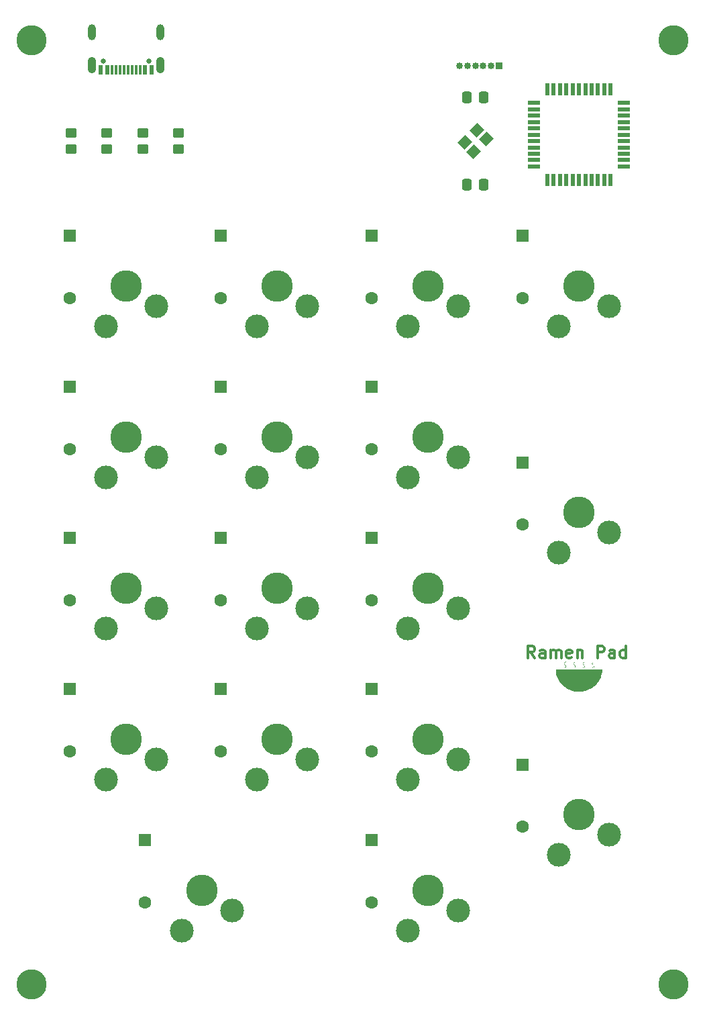
<source format=gbr>
%TF.GenerationSoftware,KiCad,Pcbnew,(6.0.1)*%
%TF.CreationDate,2022-02-23T18:42:09-08:00*%
%TF.ProjectId,Ramen Pad,52616d65-6e20-4506-9164-2e6b69636164,v1.0.0*%
%TF.SameCoordinates,Original*%
%TF.FileFunction,Soldermask,Top*%
%TF.FilePolarity,Negative*%
%FSLAX46Y46*%
G04 Gerber Fmt 4.6, Leading zero omitted, Abs format (unit mm)*
G04 Created by KiCad (PCBNEW (6.0.1)) date 2022-02-23 18:42:09*
%MOMM*%
%LPD*%
G01*
G04 APERTURE LIST*
G04 Aperture macros list*
%AMRoundRect*
0 Rectangle with rounded corners*
0 $1 Rounding radius*
0 $2 $3 $4 $5 $6 $7 $8 $9 X,Y pos of 4 corners*
0 Add a 4 corners polygon primitive as box body*
4,1,4,$2,$3,$4,$5,$6,$7,$8,$9,$2,$3,0*
0 Add four circle primitives for the rounded corners*
1,1,$1+$1,$2,$3*
1,1,$1+$1,$4,$5*
1,1,$1+$1,$6,$7*
1,1,$1+$1,$8,$9*
0 Add four rect primitives between the rounded corners*
20,1,$1+$1,$2,$3,$4,$5,0*
20,1,$1+$1,$4,$5,$6,$7,0*
20,1,$1+$1,$6,$7,$8,$9,0*
20,1,$1+$1,$8,$9,$2,$3,0*%
%AMRotRect*
0 Rectangle, with rotation*
0 The origin of the aperture is its center*
0 $1 length*
0 $2 width*
0 $3 Rotation angle, in degrees counterclockwise*
0 Add horizontal line*
21,1,$1,$2,0,0,$3*%
G04 Aperture macros list end*
%ADD10C,0.300000*%
%ADD11C,3.000000*%
%ADD12C,3.987800*%
%ADD13C,0.650000*%
%ADD14R,0.600000X1.150000*%
%ADD15R,0.300000X1.150000*%
%ADD16O,1.050000X2.100000*%
%ADD17O,1.000000X2.000000*%
%ADD18RoundRect,0.250000X-0.450000X0.350000X-0.450000X-0.350000X0.450000X-0.350000X0.450000X0.350000X0*%
%ADD19C,3.800000*%
%ADD20RotRect,1.200000X1.400000X315.000000*%
%ADD21R,0.550000X1.500000*%
%ADD22R,1.500000X0.550000*%
%ADD23RoundRect,0.250000X0.337500X0.475000X-0.337500X0.475000X-0.337500X-0.475000X0.337500X-0.475000X0*%
%ADD24R,1.600000X1.600000*%
%ADD25C,1.600000*%
%ADD26R,0.850000X0.850000*%
%ADD27O,0.850000X0.850000*%
G04 APERTURE END LIST*
D10*
%TO.C,Ramen Pad*%
X213502285Y-101689428D02*
X212994285Y-100963714D01*
X212631428Y-101689428D02*
X212631428Y-100165428D01*
X213212000Y-100165428D01*
X213357142Y-100238000D01*
X213429714Y-100310571D01*
X213502285Y-100455714D01*
X213502285Y-100673428D01*
X213429714Y-100818571D01*
X213357142Y-100891142D01*
X213212000Y-100963714D01*
X212631428Y-100963714D01*
X214808571Y-101689428D02*
X214808571Y-100891142D01*
X214736000Y-100746000D01*
X214590857Y-100673428D01*
X214300571Y-100673428D01*
X214155428Y-100746000D01*
X214808571Y-101616857D02*
X214663428Y-101689428D01*
X214300571Y-101689428D01*
X214155428Y-101616857D01*
X214082857Y-101471714D01*
X214082857Y-101326571D01*
X214155428Y-101181428D01*
X214300571Y-101108857D01*
X214663428Y-101108857D01*
X214808571Y-101036285D01*
X215534285Y-101689428D02*
X215534285Y-100673428D01*
X215534285Y-100818571D02*
X215606857Y-100746000D01*
X215752000Y-100673428D01*
X215969714Y-100673428D01*
X216114857Y-100746000D01*
X216187428Y-100891142D01*
X216187428Y-101689428D01*
X216187428Y-100891142D02*
X216260000Y-100746000D01*
X216405142Y-100673428D01*
X216622857Y-100673428D01*
X216768000Y-100746000D01*
X216840571Y-100891142D01*
X216840571Y-101689428D01*
X218146857Y-101616857D02*
X218001714Y-101689428D01*
X217711428Y-101689428D01*
X217566285Y-101616857D01*
X217493714Y-101471714D01*
X217493714Y-100891142D01*
X217566285Y-100746000D01*
X217711428Y-100673428D01*
X218001714Y-100673428D01*
X218146857Y-100746000D01*
X218219428Y-100891142D01*
X218219428Y-101036285D01*
X217493714Y-101181428D01*
X218872571Y-100673428D02*
X218872571Y-101689428D01*
X218872571Y-100818571D02*
X218945142Y-100746000D01*
X219090285Y-100673428D01*
X219308000Y-100673428D01*
X219453142Y-100746000D01*
X219525714Y-100891142D01*
X219525714Y-101689428D01*
X221412571Y-101689428D02*
X221412571Y-100165428D01*
X221993142Y-100165428D01*
X222138285Y-100238000D01*
X222210857Y-100310571D01*
X222283428Y-100455714D01*
X222283428Y-100673428D01*
X222210857Y-100818571D01*
X222138285Y-100891142D01*
X221993142Y-100963714D01*
X221412571Y-100963714D01*
X223589714Y-101689428D02*
X223589714Y-100891142D01*
X223517142Y-100746000D01*
X223372000Y-100673428D01*
X223081714Y-100673428D01*
X222936571Y-100746000D01*
X223589714Y-101616857D02*
X223444571Y-101689428D01*
X223081714Y-101689428D01*
X222936571Y-101616857D01*
X222864000Y-101471714D01*
X222864000Y-101326571D01*
X222936571Y-101181428D01*
X223081714Y-101108857D01*
X223444571Y-101108857D01*
X223589714Y-101036285D01*
X224968571Y-101689428D02*
X224968571Y-100165428D01*
X224968571Y-101616857D02*
X224823428Y-101689428D01*
X224533142Y-101689428D01*
X224388000Y-101616857D01*
X224315428Y-101544285D01*
X224242857Y-101399142D01*
X224242857Y-100963714D01*
X224315428Y-100818571D01*
X224388000Y-100746000D01*
X224533142Y-100673428D01*
X224823428Y-100673428D01*
X224968571Y-100746000D01*
G36*
X218596940Y-102167242D02*
G01*
X218539109Y-102248867D01*
X218513604Y-102276403D01*
X218394758Y-102399021D01*
X218532456Y-102540804D01*
X218611778Y-102630125D01*
X218661545Y-102700872D01*
X218670154Y-102724175D01*
X218646569Y-102781185D01*
X218588276Y-102856938D01*
X218513967Y-102933057D01*
X218442334Y-102991163D01*
X218392068Y-103012877D01*
X218382175Y-103007326D01*
X218390331Y-102958222D01*
X218433702Y-102921988D01*
X218516551Y-102852763D01*
X218555640Y-102798615D01*
X218574904Y-102738164D01*
X218552636Y-102678148D01*
X218479490Y-102593641D01*
X218478382Y-102592496D01*
X218385646Y-102471209D01*
X218365370Y-102364639D01*
X218417178Y-102259164D01*
X218467709Y-102204763D01*
X218555152Y-102135688D01*
X218600258Y-102126348D01*
X218596940Y-102167242D01*
G37*
G36*
X217424632Y-102167242D02*
G01*
X217366801Y-102248867D01*
X217341297Y-102276403D01*
X217222450Y-102399021D01*
X217360148Y-102540804D01*
X217439470Y-102630125D01*
X217489237Y-102700872D01*
X217497846Y-102724175D01*
X217474261Y-102781185D01*
X217415968Y-102856938D01*
X217341659Y-102933057D01*
X217270026Y-102991163D01*
X217219761Y-103012877D01*
X217209867Y-103007326D01*
X217218024Y-102958222D01*
X217261394Y-102921988D01*
X217344243Y-102852763D01*
X217383332Y-102798615D01*
X217402597Y-102738164D01*
X217380328Y-102678148D01*
X217307182Y-102593641D01*
X217306074Y-102592496D01*
X217213338Y-102471209D01*
X217193062Y-102364639D01*
X217244870Y-102259164D01*
X217295401Y-102204763D01*
X217382844Y-102135688D01*
X217427950Y-102126348D01*
X217424632Y-102167242D01*
G37*
G36*
X220941555Y-102167242D02*
G01*
X220883724Y-102248867D01*
X220858220Y-102276403D01*
X220739373Y-102399021D01*
X220877071Y-102540804D01*
X220956394Y-102630125D01*
X221006160Y-102700872D01*
X221014769Y-102724175D01*
X220991184Y-102781185D01*
X220932891Y-102856938D01*
X220858582Y-102933057D01*
X220786949Y-102991163D01*
X220736684Y-103012877D01*
X220726790Y-103007326D01*
X220734947Y-102958222D01*
X220778317Y-102921988D01*
X220861166Y-102852763D01*
X220900255Y-102798615D01*
X220919520Y-102738164D01*
X220897251Y-102678148D01*
X220824105Y-102593641D01*
X220822997Y-102592496D01*
X220730261Y-102471209D01*
X220709985Y-102364639D01*
X220761794Y-102259164D01*
X220812324Y-102204763D01*
X220899767Y-102135688D01*
X220944873Y-102126348D01*
X220941555Y-102167242D01*
G37*
G36*
X222030090Y-103282384D02*
G01*
X222012135Y-103494421D01*
X221964351Y-103744892D01*
X221893625Y-104003240D01*
X221823480Y-104199187D01*
X221622404Y-104593467D01*
X221360617Y-104946698D01*
X221046365Y-105254615D01*
X220687890Y-105512958D01*
X220293439Y-105717463D01*
X219871255Y-105863866D01*
X219429582Y-105947906D01*
X218976665Y-105965319D01*
X218520748Y-105911843D01*
X218513846Y-105910463D01*
X218062974Y-105783041D01*
X217642781Y-105591524D01*
X217261033Y-105342129D01*
X216925496Y-105041074D01*
X216643935Y-104694578D01*
X216424117Y-104308857D01*
X216376520Y-104199187D01*
X216292142Y-103957134D01*
X216225069Y-103697947D01*
X216182188Y-103452182D01*
X216169909Y-103282384D01*
X216169230Y-103116307D01*
X222030769Y-103116307D01*
X222030090Y-103282384D01*
G37*
G36*
X219769247Y-102167242D02*
G01*
X219711417Y-102248867D01*
X219685912Y-102276403D01*
X219567065Y-102399021D01*
X219704763Y-102540804D01*
X219784086Y-102630125D01*
X219833852Y-102700872D01*
X219842461Y-102724175D01*
X219818876Y-102781185D01*
X219760584Y-102856938D01*
X219686275Y-102933057D01*
X219614641Y-102991163D01*
X219564376Y-103012877D01*
X219554482Y-103007326D01*
X219562639Y-102958222D01*
X219606010Y-102921988D01*
X219688859Y-102852763D01*
X219727948Y-102798615D01*
X219747212Y-102738164D01*
X219724943Y-102678148D01*
X219651798Y-102593641D01*
X219650689Y-102592496D01*
X219557954Y-102471209D01*
X219537678Y-102364639D01*
X219589486Y-102259164D01*
X219640017Y-102204763D01*
X219727459Y-102135688D01*
X219772566Y-102126348D01*
X219769247Y-102167242D01*
G37*
%TD*%
D11*
%TO.C,K5*%
X168910000Y-136048700D03*
X175260000Y-133508700D03*
D12*
X171450000Y-130968700D03*
%TD*%
D13*
%TO.C,J1*%
X159035000Y-26480000D03*
X164815000Y-26480000D03*
D14*
X165125000Y-27555000D03*
X164325000Y-27555000D03*
D15*
X163175000Y-27555000D03*
X162175000Y-27555000D03*
X161675000Y-27555000D03*
X160675000Y-27555000D03*
D14*
X158725000Y-27555000D03*
X159525000Y-27555000D03*
D15*
X160175000Y-27555000D03*
X161175000Y-27555000D03*
X162675000Y-27555000D03*
X163675000Y-27555000D03*
D16*
X166245000Y-26980000D03*
D17*
X166245000Y-22800000D03*
X157605000Y-22800000D03*
D16*
X157605000Y-26980000D03*
%TD*%
D11*
%TO.C,K9*%
X178435000Y-116998700D03*
D12*
X180975000Y-111918700D03*
D11*
X184785000Y-114458700D03*
%TD*%
D12*
%TO.C,K12*%
X200025000Y-92868700D03*
D11*
X203835000Y-95408700D03*
X197485000Y-97948700D03*
%TD*%
D18*
%TO.C,R5*%
X155000000Y-35500000D03*
X155000000Y-37500000D03*
%TD*%
D11*
%TO.C,K16*%
X222885000Y-85883700D03*
D12*
X219075000Y-83343700D03*
D11*
X216535000Y-88423700D03*
%TD*%
D19*
%TO.C,*%
X230981250Y-23812500D03*
%TD*%
D11*
%TO.C,K7*%
X178435000Y-78898700D03*
D12*
X180975000Y-73818700D03*
D11*
X184785000Y-76358700D03*
%TD*%
D18*
%TO.C,R4*%
X168500000Y-35500000D03*
X168500000Y-37500000D03*
%TD*%
%TO.C,R3*%
X159500000Y-35500000D03*
X159500000Y-37500000D03*
%TD*%
D12*
%TO.C,K6*%
X180975000Y-54768700D03*
D11*
X184785000Y-57308700D03*
X178435000Y-59848700D03*
%TD*%
%TO.C,K1*%
X159385000Y-59848700D03*
D12*
X161925000Y-54768700D03*
D11*
X165735000Y-57308700D03*
%TD*%
D18*
%TO.C,R2*%
X164000000Y-35500000D03*
X164000000Y-37500000D03*
%TD*%
D20*
%TO.C,Y1*%
X206212132Y-35156497D03*
X204656497Y-36712132D03*
X205787868Y-37843503D03*
X207343503Y-36287868D03*
%TD*%
D11*
%TO.C,K13*%
X203835000Y-114458700D03*
X197485000Y-116998700D03*
D12*
X200025000Y-111918700D03*
%TD*%
D11*
%TO.C,K2*%
X159385000Y-78898700D03*
D12*
X161925000Y-73818700D03*
D11*
X165735000Y-76358700D03*
%TD*%
%TO.C,K8*%
X178435000Y-97948700D03*
D12*
X180975000Y-92868700D03*
D11*
X184785000Y-95408700D03*
%TD*%
D21*
%TO.C,U1*%
X223075000Y-30018700D03*
X222275000Y-30018700D03*
X221475000Y-30018700D03*
X220675000Y-30018700D03*
X219875000Y-30018700D03*
X219075000Y-30018700D03*
X218275000Y-30018700D03*
X217475000Y-30018700D03*
X216675000Y-30018700D03*
X215875000Y-30018700D03*
X215075000Y-30018700D03*
D22*
X213375000Y-31718700D03*
X213375000Y-32518700D03*
X213375000Y-33318700D03*
X213375000Y-34118700D03*
X213375000Y-34918700D03*
X213375000Y-35718700D03*
X213375000Y-36518700D03*
X213375000Y-37318700D03*
X213375000Y-38118700D03*
X213375000Y-38918700D03*
X213375000Y-39718700D03*
D21*
X215075000Y-41418700D03*
X215875000Y-41418700D03*
X216675000Y-41418700D03*
X217475000Y-41418700D03*
X218275000Y-41418700D03*
X219075000Y-41418700D03*
X219875000Y-41418700D03*
X220675000Y-41418700D03*
X221475000Y-41418700D03*
X222275000Y-41418700D03*
X223075000Y-41418700D03*
D22*
X224775000Y-39718700D03*
X224775000Y-38918700D03*
X224775000Y-38118700D03*
X224775000Y-37318700D03*
X224775000Y-36518700D03*
X224775000Y-35718700D03*
X224775000Y-34918700D03*
X224775000Y-34118700D03*
X224775000Y-33318700D03*
X224775000Y-32518700D03*
X224775000Y-31718700D03*
%TD*%
D19*
%TO.C,REF\u002A\u002A*%
X150018750Y-23812500D03*
%TD*%
D12*
%TO.C,K3*%
X161925000Y-92868700D03*
D11*
X159385000Y-97948700D03*
X165735000Y-95408700D03*
%TD*%
D19*
%TO.C,*%
X230981250Y-142875000D03*
%TD*%
D11*
%TO.C,K17*%
X222885000Y-123983700D03*
X216535000Y-126523700D03*
D12*
X219075000Y-121443700D03*
%TD*%
D23*
%TO.C,C1*%
X207037500Y-31000000D03*
X204962500Y-31000000D03*
%TD*%
D11*
%TO.C,K11*%
X203835000Y-76358700D03*
D12*
X200025000Y-73818700D03*
D11*
X197485000Y-78898700D03*
%TD*%
D12*
%TO.C,K10*%
X200025000Y-54768700D03*
D11*
X197485000Y-59848700D03*
X203835000Y-57308700D03*
%TD*%
%TO.C,K14*%
X197485000Y-136048700D03*
D12*
X200025000Y-130968700D03*
D11*
X203835000Y-133508700D03*
%TD*%
%TO.C,K4*%
X165735000Y-114458750D03*
X159385000Y-116998750D03*
D12*
X161925000Y-111918750D03*
%TD*%
D23*
%TO.C,C2*%
X207037500Y-42000000D03*
X204962500Y-42000000D03*
%TD*%
D19*
%TO.C,*%
X150018750Y-142875000D03*
%TD*%
D12*
%TO.C,K15*%
X219075000Y-54768700D03*
D11*
X216535000Y-59848700D03*
X222885000Y-57308700D03*
%TD*%
D24*
%TO.C,D12*%
X192881300Y-86587500D03*
D25*
X192881300Y-94387500D03*
%TD*%
D24*
%TO.C,D14*%
X192881300Y-124687500D03*
D25*
X192881300Y-132487500D03*
%TD*%
D24*
%TO.C,D8*%
X173831300Y-86587500D03*
D25*
X173831300Y-94387500D03*
%TD*%
D24*
%TO.C,D6*%
X173831300Y-48487500D03*
D25*
X173831300Y-56287500D03*
%TD*%
D24*
%TO.C,D3*%
X154781300Y-86587500D03*
D25*
X154781300Y-94387500D03*
%TD*%
D24*
%TO.C,D15*%
X211931300Y-48487500D03*
D25*
X211931300Y-56287500D03*
%TD*%
D24*
%TO.C,D17*%
X211931300Y-115162500D03*
D25*
X211931300Y-122962500D03*
%TD*%
D24*
%TO.C,D13*%
X192881300Y-105637500D03*
D25*
X192881300Y-113437500D03*
%TD*%
D24*
%TO.C,D11*%
X192881300Y-67537500D03*
D25*
X192881300Y-75337500D03*
%TD*%
D26*
%TO.C,P1*%
X209000000Y-27000000D03*
D27*
X208000000Y-27000000D03*
X207000000Y-27000000D03*
X206000000Y-27000000D03*
X205000000Y-27000000D03*
X204000000Y-27000000D03*
%TD*%
D24*
%TO.C,D5*%
X164306300Y-124687500D03*
D25*
X164306300Y-132487500D03*
%TD*%
D24*
%TO.C,D9*%
X173831300Y-105637500D03*
D25*
X173831300Y-113437500D03*
%TD*%
D24*
%TO.C,D4*%
X154781300Y-105637500D03*
D25*
X154781300Y-113437500D03*
%TD*%
D24*
%TO.C,D7*%
X173831300Y-67537500D03*
D25*
X173831300Y-75337500D03*
%TD*%
D24*
%TO.C,D10*%
X192881300Y-48487500D03*
D25*
X192881300Y-56287500D03*
%TD*%
D24*
%TO.C,D1*%
X154781300Y-48487500D03*
D25*
X154781300Y-56287500D03*
%TD*%
D24*
%TO.C,D2*%
X154781300Y-67537500D03*
D25*
X154781300Y-75337500D03*
%TD*%
D24*
%TO.C,D16*%
X211931300Y-77062500D03*
D25*
X211931300Y-84862500D03*
%TD*%
M02*

</source>
